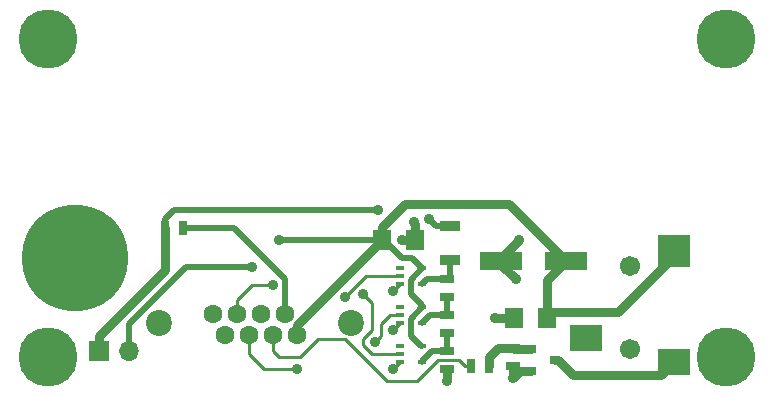
<source format=gtl>
G04 #@! TF.FileFunction,Copper,L1,Top,Signal*
%FSLAX46Y46*%
G04 Gerber Fmt 4.6, Leading zero omitted, Abs format (unit mm)*
G04 Created by KiCad (PCBNEW 4.0.7) date 06/27/18 15:39:23*
%MOMM*%
%LPD*%
G01*
G04 APERTURE LIST*
%ADD10C,0.150000*%
%ADD11R,1.700000X0.900000*%
%ADD12C,2.200000*%
%ADD13C,1.600000*%
%ADD14R,2.794000X2.209800*%
%ADD15R,2.794000X2.794000*%
%ADD16C,1.701800*%
%ADD17R,0.635000X1.143000*%
%ADD18R,1.700000X1.700000*%
%ADD19O,1.700000X1.700000*%
%ADD20R,0.900000X0.800000*%
%ADD21R,1.600200X1.803400*%
%ADD22C,5.000000*%
%ADD23R,1.143000X0.635000*%
%ADD24R,0.650000X0.400000*%
%ADD25R,3.599200X1.600200*%
%ADD26C,9.000000*%
%ADD27C,0.889000*%
%ADD28C,0.508000*%
%ADD29C,0.254000*%
%ADD30C,0.762000*%
G04 APERTURE END LIST*
D10*
D11*
X62484000Y-39190000D03*
X62484000Y-42090000D03*
D12*
X37844000Y-47374000D03*
X54104000Y-47374000D03*
D13*
X45474000Y-48394000D03*
X47504000Y-48394000D03*
X44444000Y-46614000D03*
X46474000Y-46614000D03*
X42414000Y-46614000D03*
X43444000Y-48394000D03*
X48504000Y-46614000D03*
X49534000Y-48394000D03*
D14*
X74015600Y-48691800D03*
D15*
X81432400Y-41300400D03*
D14*
X81432400Y-50698400D03*
D16*
X77724000Y-42570400D03*
X77724000Y-49580800D03*
D17*
X39878000Y-39370000D03*
X38354000Y-39370000D03*
D18*
X32766000Y-49784000D03*
D19*
X35306000Y-49784000D03*
D20*
X69358000Y-49596000D03*
X69358000Y-51496000D03*
X71358000Y-50546000D03*
D21*
X56769000Y-40386000D03*
X59563000Y-40386000D03*
D22*
X28448000Y-50292000D03*
X85852000Y-50292000D03*
D17*
X64262000Y-51054000D03*
X65786000Y-51054000D03*
D23*
X62230000Y-43688000D03*
X62230000Y-45212000D03*
X62230000Y-46736000D03*
X62230000Y-48260000D03*
D24*
X58232000Y-42784000D03*
X58232000Y-44084000D03*
X58232000Y-43434000D03*
X60132000Y-44084000D03*
X60132000Y-42784000D03*
X58232000Y-46086000D03*
X58232000Y-47386000D03*
X58232000Y-46736000D03*
X60132000Y-47386000D03*
X60132000Y-46086000D03*
D25*
X72346800Y-42164000D03*
X66845200Y-42164000D03*
D21*
X70739000Y-46990000D03*
X67945000Y-46990000D03*
D26*
X30734000Y-41910000D03*
D22*
X28448000Y-23368000D03*
X85852000Y-23368000D03*
D23*
X67818000Y-49530000D03*
X67818000Y-51054000D03*
X62230000Y-49784000D03*
X62230000Y-51308000D03*
D24*
X58232000Y-49388000D03*
X58232000Y-50688000D03*
X58232000Y-50038000D03*
X60132000Y-50688000D03*
X60132000Y-49388000D03*
D27*
X48006000Y-40386000D03*
X45720000Y-42672000D03*
X62230000Y-52324000D03*
X67818000Y-52070000D03*
X66294000Y-46990000D03*
X68072000Y-43688000D03*
X68326000Y-40386000D03*
X57658000Y-51308000D03*
X57658000Y-48006000D03*
X57658000Y-44704000D03*
X58420000Y-40386000D03*
X59436000Y-38862000D03*
X56388000Y-37846000D03*
X60706000Y-38608000D03*
X56134000Y-49022000D03*
X49530000Y-51308000D03*
X53594000Y-45212000D03*
X47498000Y-44196000D03*
X55118000Y-44958000D03*
D28*
X39878000Y-39370000D02*
X44196000Y-39370000D01*
X48504000Y-43678000D02*
X48504000Y-46614000D01*
X44196000Y-39370000D02*
X48504000Y-43678000D01*
D29*
X64262000Y-51054000D02*
X63754000Y-51054000D01*
X47504000Y-49790000D02*
X47504000Y-48394000D01*
X48006000Y-50292000D02*
X47504000Y-49790000D01*
X49784000Y-50292000D02*
X48006000Y-50292000D01*
X51308000Y-48768000D02*
X49784000Y-50292000D01*
X53594000Y-48768000D02*
X51308000Y-48768000D01*
X57150000Y-52324000D02*
X53594000Y-48768000D01*
X59690000Y-52324000D02*
X57150000Y-52324000D01*
X61468000Y-50546000D02*
X59690000Y-52324000D01*
X63246000Y-50546000D02*
X61468000Y-50546000D01*
X63754000Y-51054000D02*
X63246000Y-50546000D01*
D28*
X48006000Y-40386000D02*
X56769000Y-40386000D01*
X40132000Y-42672000D02*
X45720000Y-42672000D01*
X35306000Y-47498000D02*
X40132000Y-42672000D01*
X35306000Y-49784000D02*
X35306000Y-47498000D01*
X54483000Y-42672000D02*
X56769000Y-40386000D01*
D30*
X56769000Y-40386000D02*
X56769000Y-39243000D01*
X67520800Y-37338000D02*
X72346800Y-42164000D01*
X58674000Y-37338000D02*
X67520800Y-37338000D01*
X56769000Y-39243000D02*
X58674000Y-37338000D01*
X81432400Y-41300400D02*
X81432400Y-41757600D01*
X81432400Y-41757600D02*
X76708000Y-46482000D01*
X76708000Y-46482000D02*
X71247000Y-46482000D01*
X71247000Y-46482000D02*
X70739000Y-46990000D01*
X70739000Y-46990000D02*
X70739000Y-43771800D01*
X70739000Y-43771800D02*
X72346800Y-42164000D01*
D28*
X60132000Y-46086000D02*
X60132000Y-45908000D01*
X60132000Y-45908000D02*
X59182000Y-44958000D01*
X59182000Y-43734000D02*
X60132000Y-42784000D01*
X59182000Y-44958000D02*
X59182000Y-43734000D01*
X60132000Y-49388000D02*
X60056000Y-49388000D01*
X60056000Y-49388000D02*
X59182000Y-48514000D01*
X59182000Y-48514000D02*
X59182000Y-47036000D01*
X59182000Y-47036000D02*
X60132000Y-46086000D01*
X56769000Y-40386000D02*
X56896000Y-40386000D01*
X56896000Y-40386000D02*
X58420000Y-41910000D01*
X59258000Y-41910000D02*
X60132000Y-42784000D01*
X58420000Y-41910000D02*
X59258000Y-41910000D01*
D30*
X49534000Y-48394000D02*
X49534000Y-47621000D01*
X49534000Y-47621000D02*
X56769000Y-40386000D01*
D28*
X56769000Y-40259000D02*
X56769000Y-39878000D01*
D30*
X49534000Y-48394000D02*
X49534000Y-48256000D01*
X62230000Y-51308000D02*
X62230000Y-52324000D01*
X69358000Y-51496000D02*
X68392000Y-51496000D01*
X67818000Y-52070000D02*
X67818000Y-51054000D01*
X68392000Y-51496000D02*
X67818000Y-52070000D01*
X67945000Y-46990000D02*
X66294000Y-46990000D01*
X66845200Y-42164000D02*
X66845200Y-42461200D01*
X66845200Y-42461200D02*
X68072000Y-43688000D01*
X66845200Y-42164000D02*
X66845200Y-41866800D01*
X66845200Y-41866800D02*
X68326000Y-40386000D01*
D29*
X58232000Y-50688000D02*
X58232000Y-50734000D01*
X58232000Y-50734000D02*
X57658000Y-51308000D01*
X58232000Y-47386000D02*
X58232000Y-47432000D01*
X58232000Y-47432000D02*
X57658000Y-48006000D01*
X58232000Y-44084000D02*
X58232000Y-44130000D01*
X58232000Y-44130000D02*
X57658000Y-44704000D01*
D30*
X59563000Y-40386000D02*
X58420000Y-40386000D01*
X59563000Y-40386000D02*
X59563000Y-38989000D01*
X59563000Y-38989000D02*
X59436000Y-38862000D01*
D28*
X59563000Y-39878000D02*
X59563000Y-39751000D01*
D30*
X65575200Y-42164000D02*
X65575200Y-41953200D01*
X65575200Y-42164000D02*
X65575200Y-42120800D01*
X38354000Y-42926000D02*
X38354000Y-39370000D01*
X32766000Y-48514000D02*
X38354000Y-42926000D01*
X32766000Y-49784000D02*
X32766000Y-48514000D01*
D28*
X62484000Y-39190000D02*
X61288000Y-39190000D01*
X38354000Y-38608000D02*
X38354000Y-39370000D01*
X39116000Y-37846000D02*
X38354000Y-38608000D01*
X56388000Y-37846000D02*
X39116000Y-37846000D01*
X61288000Y-39190000D02*
X60706000Y-38608000D01*
X38354000Y-39370000D02*
X38354000Y-38862000D01*
X38354000Y-39370000D02*
X38354000Y-39116000D01*
D30*
X65786000Y-51054000D02*
X65786000Y-50292000D01*
X66548000Y-49530000D02*
X67818000Y-49530000D01*
X65786000Y-50292000D02*
X66548000Y-49530000D01*
X69358000Y-49596000D02*
X67884000Y-49596000D01*
X67884000Y-49596000D02*
X67818000Y-49530000D01*
D29*
X45474000Y-48394000D02*
X45474000Y-50046000D01*
X57404000Y-46736000D02*
X58232000Y-46736000D01*
X56642000Y-47498000D02*
X57404000Y-46736000D01*
X56642000Y-48514000D02*
X56642000Y-47498000D01*
X56134000Y-49022000D02*
X56642000Y-48514000D01*
X46736000Y-51308000D02*
X49530000Y-51308000D01*
X45474000Y-50046000D02*
X46736000Y-51308000D01*
X53594000Y-45212000D02*
X55372000Y-43434000D01*
X55372000Y-43434000D02*
X58232000Y-43434000D01*
D28*
X62230000Y-43688000D02*
X60528000Y-43688000D01*
X60528000Y-43688000D02*
X60132000Y-44084000D01*
X62484000Y-42090000D02*
X62484000Y-43434000D01*
X62484000Y-43434000D02*
X62230000Y-43688000D01*
X62230000Y-46736000D02*
X60782000Y-46736000D01*
X60782000Y-46736000D02*
X60132000Y-47386000D01*
X62230000Y-45212000D02*
X62230000Y-46736000D01*
D30*
X71358000Y-50546000D02*
X71628000Y-50546000D01*
X71628000Y-50546000D02*
X72898000Y-51816000D01*
X72898000Y-51816000D02*
X80314800Y-51816000D01*
X80314800Y-51816000D02*
X81432400Y-50698400D01*
D29*
X58232000Y-50038000D02*
X55880000Y-50038000D01*
X44444000Y-45472000D02*
X44444000Y-46614000D01*
X45720000Y-44196000D02*
X44444000Y-45472000D01*
X47498000Y-44196000D02*
X45720000Y-44196000D01*
X55880000Y-45720000D02*
X55118000Y-44958000D01*
X55880000Y-48006000D02*
X55880000Y-45720000D01*
X55118000Y-48768000D02*
X55880000Y-48006000D01*
X55118000Y-49276000D02*
X55118000Y-48768000D01*
X55880000Y-50038000D02*
X55118000Y-49276000D01*
D28*
X62230000Y-49784000D02*
X60960000Y-49784000D01*
X60960000Y-49784000D02*
X60132000Y-50612000D01*
X60132000Y-50612000D02*
X60132000Y-50688000D01*
X62230000Y-48260000D02*
X62230000Y-49784000D01*
M02*

</source>
